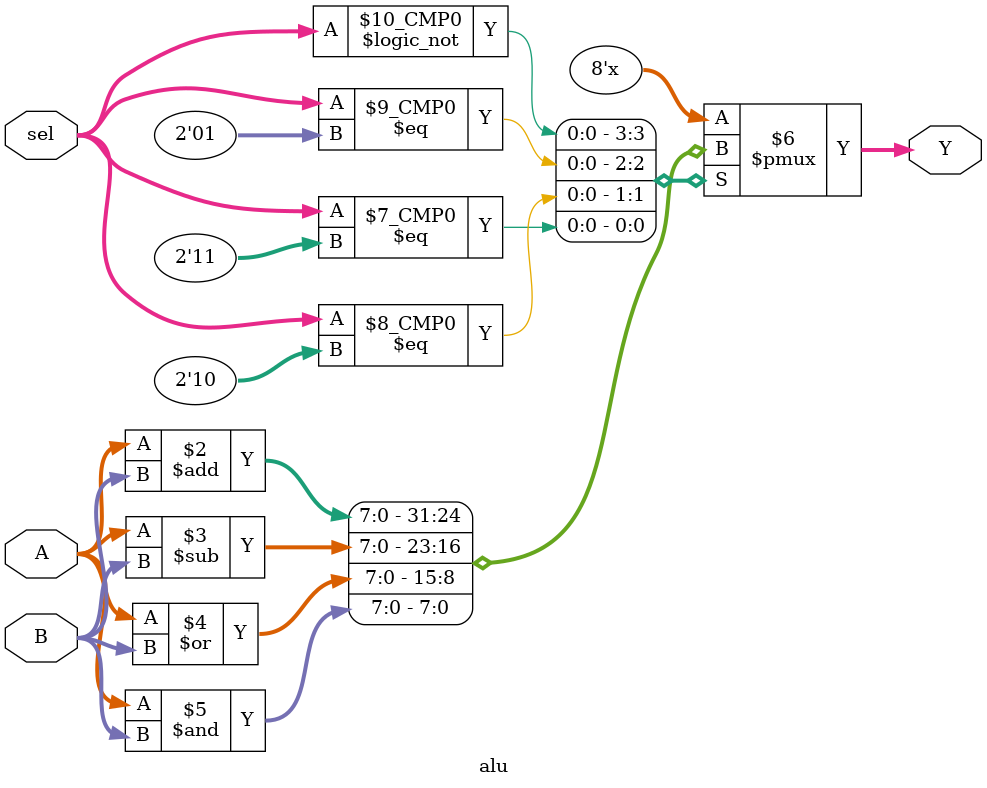
<source format=sv>
module alu (
  input  logic [7:0] A,
  input  logic [7:0] B,
  input  logic [1:0] sel,
  output logic [7:0] Y
);

  always_comb begin
    case (sel)
      2'b00: Y = A + B;
      2'b01: Y = A - B;
      2'b10: Y = A | B;
      2'b11: Y = A & B;
      default: Y = 8'b00000000;
    endcase
  end

endmodule

</source>
